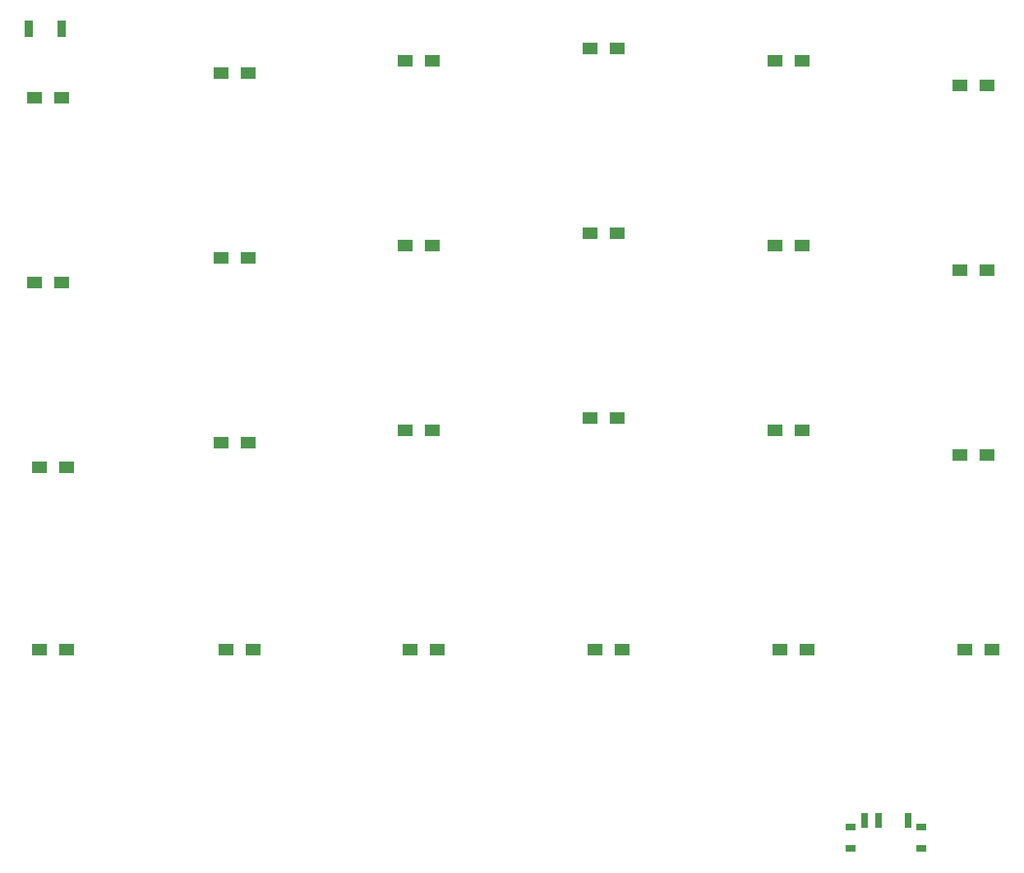
<source format=gbr>
G04 #@! TF.GenerationSoftware,KiCad,Pcbnew,(5.1.8-0-10_14)*
G04 #@! TF.CreationDate,2021-01-19T05:30:42-06:00*
G04 #@! TF.ProjectId,halfboard,68616c66-626f-4617-9264-2e6b69636164,rev?*
G04 #@! TF.SameCoordinates,Original*
G04 #@! TF.FileFunction,Paste,Bot*
G04 #@! TF.FilePolarity,Positive*
%FSLAX46Y46*%
G04 Gerber Fmt 4.6, Leading zero omitted, Abs format (unit mm)*
G04 Created by KiCad (PCBNEW (5.1.8-0-10_14)) date 2021-01-19 05:30:42*
%MOMM*%
%LPD*%
G01*
G04 APERTURE LIST*
%ADD10R,1.600000X1.200000*%
%ADD11R,0.700000X1.500000*%
%ADD12R,1.000000X0.800000*%
%ADD13R,0.900000X1.700000*%
G04 APERTURE END LIST*
D10*
G04 #@! TO.C, *
X143030303Y-53340000D03*
X145830303Y-53340000D03*
G04 #@! TD*
G04 #@! TO.C, *
X143030303Y-72390000D03*
X145830303Y-72390000D03*
G04 #@! TD*
G04 #@! TO.C, *
X143030303Y-91440000D03*
X145830303Y-91440000D03*
G04 #@! TD*
G04 #@! TO.C, *
X143538303Y-111490000D03*
X146338303Y-111490000D03*
G04 #@! TD*
G04 #@! TO.C, *
X124488303Y-111490000D03*
X127288303Y-111490000D03*
G04 #@! TD*
G04 #@! TO.C, *
X105438303Y-111490000D03*
X108238303Y-111490000D03*
G04 #@! TD*
G04 #@! TO.C, *
X86388303Y-111490000D03*
X89188303Y-111490000D03*
G04 #@! TD*
G04 #@! TO.C, *
X123980303Y-88900000D03*
X126780303Y-88900000D03*
G04 #@! TD*
G04 #@! TO.C, *
X123980303Y-69850000D03*
X126780303Y-69850000D03*
G04 #@! TD*
G04 #@! TO.C, *
X123980303Y-50800000D03*
X126780303Y-50800000D03*
G04 #@! TD*
G04 #@! TO.C, *
X104930303Y-49530000D03*
X107730303Y-49530000D03*
G04 #@! TD*
G04 #@! TO.C, *
X104930303Y-68580000D03*
X107730303Y-68580000D03*
G04 #@! TD*
G04 #@! TO.C, *
X104930303Y-87630000D03*
X107730303Y-87630000D03*
G04 #@! TD*
G04 #@! TO.C, *
X85880303Y-88900000D03*
X88680303Y-88900000D03*
G04 #@! TD*
G04 #@! TO.C, *
X85880303Y-69850000D03*
X88680303Y-69850000D03*
G04 #@! TD*
G04 #@! TO.C, *
X66887231Y-90170000D03*
X69687231Y-90170000D03*
G04 #@! TD*
G04 #@! TO.C, *
X67395231Y-111490000D03*
X70195231Y-111490000D03*
G04 #@! TD*
G04 #@! TO.C, *
X48130000Y-111490000D03*
X50930000Y-111490000D03*
G04 #@! TD*
G04 #@! TO.C, *
X48130000Y-92710000D03*
X50930000Y-92710000D03*
G04 #@! TD*
G04 #@! TO.C, *
X85880303Y-50800000D03*
X88680303Y-50800000D03*
G04 #@! TD*
G04 #@! TO.C, *
X66887231Y-52070000D03*
X69687231Y-52070000D03*
G04 #@! TD*
G04 #@! TO.C, *
X66887231Y-71120000D03*
X69687231Y-71120000D03*
G04 #@! TD*
G04 #@! TO.C, *
X47622000Y-73660000D03*
X50422000Y-73660000D03*
G04 #@! TD*
G04 #@! TO.C, *
X47622000Y-54610000D03*
X50422000Y-54610000D03*
G04 #@! TD*
D11*
G04 #@! TO.C, *
X137632000Y-129126000D03*
X134632000Y-129126000D03*
X133132000Y-129126000D03*
D12*
X139032000Y-131986000D03*
X131732000Y-131986000D03*
X131732000Y-129776000D03*
X139032000Y-129776000D03*
G04 #@! TD*
D13*
G04 #@! TO.C, *
X47068000Y-47498000D03*
X50468000Y-47498000D03*
G04 #@! TD*
M02*

</source>
